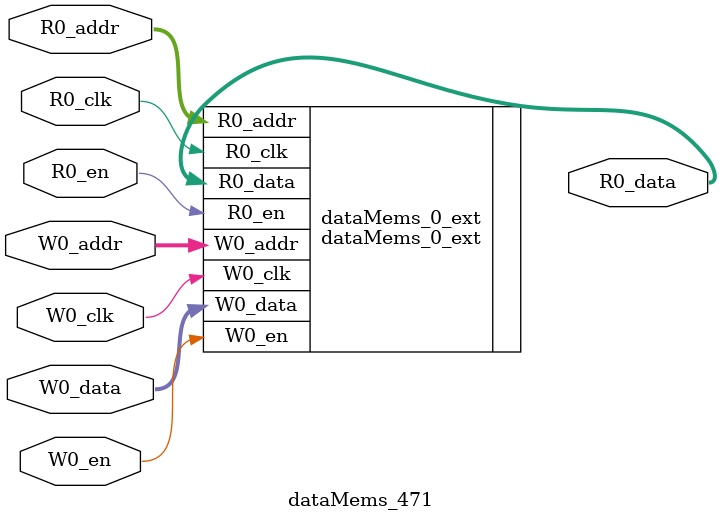
<source format=sv>
`ifndef RANDOMIZE
  `ifdef RANDOMIZE_REG_INIT
    `define RANDOMIZE
  `endif // RANDOMIZE_REG_INIT
`endif // not def RANDOMIZE
`ifndef RANDOMIZE
  `ifdef RANDOMIZE_MEM_INIT
    `define RANDOMIZE
  `endif // RANDOMIZE_MEM_INIT
`endif // not def RANDOMIZE

`ifndef RANDOM
  `define RANDOM $random
`endif // not def RANDOM

// Users can define 'PRINTF_COND' to add an extra gate to prints.
`ifndef PRINTF_COND_
  `ifdef PRINTF_COND
    `define PRINTF_COND_ (`PRINTF_COND)
  `else  // PRINTF_COND
    `define PRINTF_COND_ 1
  `endif // PRINTF_COND
`endif // not def PRINTF_COND_

// Users can define 'ASSERT_VERBOSE_COND' to add an extra gate to assert error printing.
`ifndef ASSERT_VERBOSE_COND_
  `ifdef ASSERT_VERBOSE_COND
    `define ASSERT_VERBOSE_COND_ (`ASSERT_VERBOSE_COND)
  `else  // ASSERT_VERBOSE_COND
    `define ASSERT_VERBOSE_COND_ 1
  `endif // ASSERT_VERBOSE_COND
`endif // not def ASSERT_VERBOSE_COND_

// Users can define 'STOP_COND' to add an extra gate to stop conditions.
`ifndef STOP_COND_
  `ifdef STOP_COND
    `define STOP_COND_ (`STOP_COND)
  `else  // STOP_COND
    `define STOP_COND_ 1
  `endif // STOP_COND
`endif // not def STOP_COND_

// Users can define INIT_RANDOM as general code that gets injected into the
// initializer block for modules with registers.
`ifndef INIT_RANDOM
  `define INIT_RANDOM
`endif // not def INIT_RANDOM

// If using random initialization, you can also define RANDOMIZE_DELAY to
// customize the delay used, otherwise 0.002 is used.
`ifndef RANDOMIZE_DELAY
  `define RANDOMIZE_DELAY 0.002
`endif // not def RANDOMIZE_DELAY

// Define INIT_RANDOM_PROLOG_ for use in our modules below.
`ifndef INIT_RANDOM_PROLOG_
  `ifdef RANDOMIZE
    `ifdef VERILATOR
      `define INIT_RANDOM_PROLOG_ `INIT_RANDOM
    `else  // VERILATOR
      `define INIT_RANDOM_PROLOG_ `INIT_RANDOM #`RANDOMIZE_DELAY begin end
    `endif // VERILATOR
  `else  // RANDOMIZE
    `define INIT_RANDOM_PROLOG_
  `endif // RANDOMIZE
`endif // not def INIT_RANDOM_PROLOG_

// Include register initializers in init blocks unless synthesis is set
`ifndef SYNTHESIS
  `ifndef ENABLE_INITIAL_REG_
    `define ENABLE_INITIAL_REG_
  `endif // not def ENABLE_INITIAL_REG_
`endif // not def SYNTHESIS

// Include rmemory initializers in init blocks unless synthesis is set
`ifndef SYNTHESIS
  `ifndef ENABLE_INITIAL_MEM_
    `define ENABLE_INITIAL_MEM_
  `endif // not def ENABLE_INITIAL_MEM_
`endif // not def SYNTHESIS

module dataMems_471(	// @[generators/ara/src/main/scala/UnsafeAXI4ToTL.scala:365:62]
  input  [4:0]  R0_addr,
  input         R0_en,
  input         R0_clk,
  output [66:0] R0_data,
  input  [4:0]  W0_addr,
  input         W0_en,
  input         W0_clk,
  input  [66:0] W0_data
);

  dataMems_0_ext dataMems_0_ext (	// @[generators/ara/src/main/scala/UnsafeAXI4ToTL.scala:365:62]
    .R0_addr (R0_addr),
    .R0_en   (R0_en),
    .R0_clk  (R0_clk),
    .R0_data (R0_data),
    .W0_addr (W0_addr),
    .W0_en   (W0_en),
    .W0_clk  (W0_clk),
    .W0_data (W0_data)
  );
endmodule


</source>
